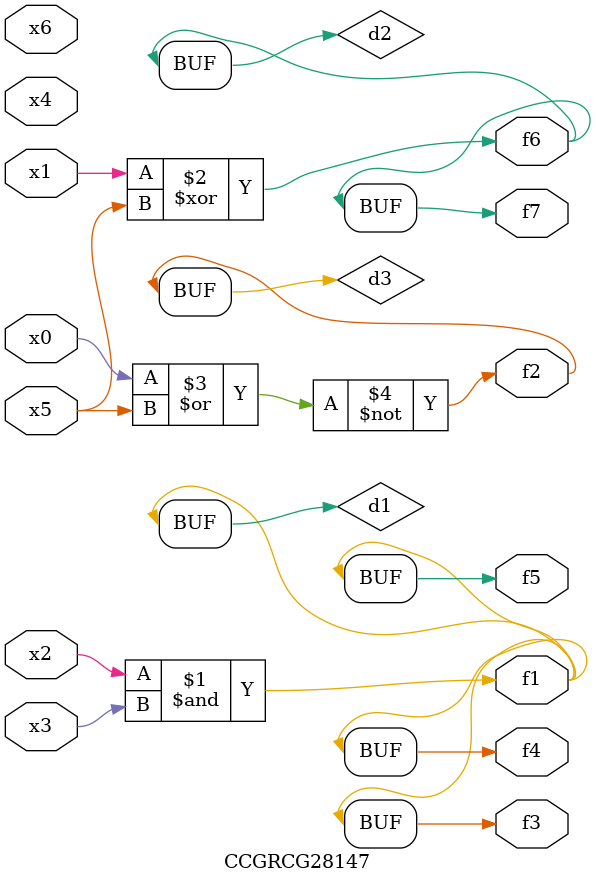
<source format=v>
module CCGRCG28147(
	input x0, x1, x2, x3, x4, x5, x6,
	output f1, f2, f3, f4, f5, f6, f7
);

	wire d1, d2, d3;

	and (d1, x2, x3);
	xor (d2, x1, x5);
	nor (d3, x0, x5);
	assign f1 = d1;
	assign f2 = d3;
	assign f3 = d1;
	assign f4 = d1;
	assign f5 = d1;
	assign f6 = d2;
	assign f7 = d2;
endmodule

</source>
